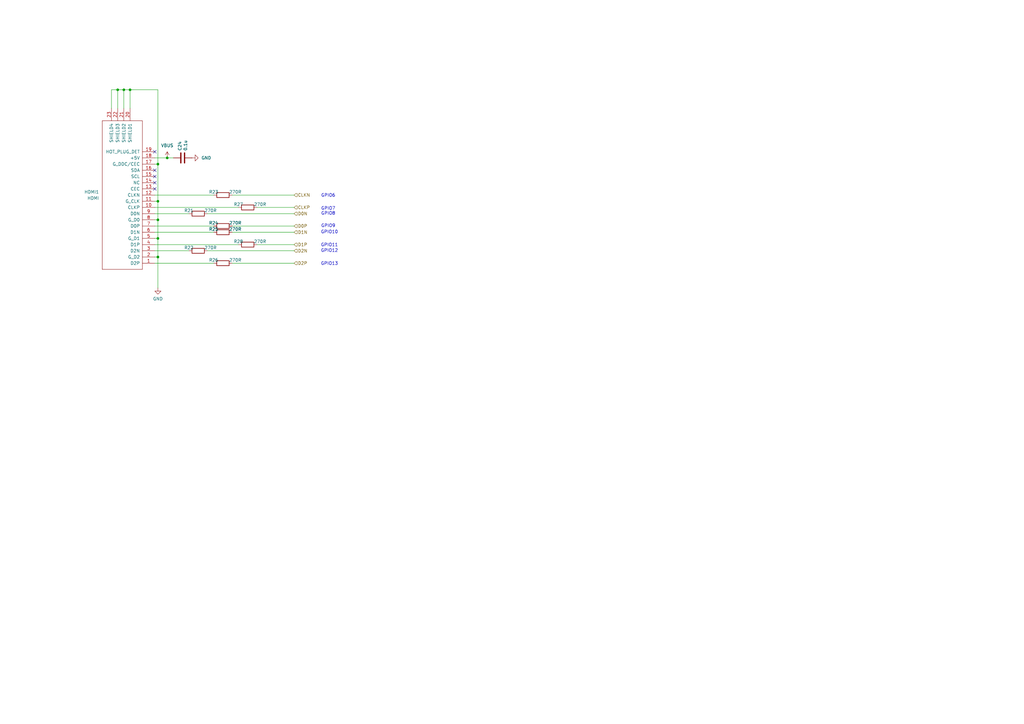
<source format=kicad_sch>
(kicad_sch (version 20231120) (generator "eeschema") (generator_version "8.0")
  (paper "A3")
  (title_block (title "CORE") (date "2024-12-17") (rev "1.0") (company "Mikhail Matveev") (comment 1 "https://github.com/xtremespb/core"))
  (lib_symbols
    (symbol "Device:C" (pin_numbers hide) (pin_names (offset 0.254))
      (property "Reference" "C" (at 0.635 2.54 0))
      (property "Value" "C" (at 0.635 -2.54 0))
      (symbol "C_0_1"
        (polyline (pts (xy -2.032 -0.762) (xy 2.032 -0.762)) (stroke (width 0.508)))
        (polyline (pts (xy -2.032 0.762) (xy 2.032 0.762)) (stroke (width 0.508)))
      )
      (symbol "C_1_1"
        (pin passive line (at 0 3.81 270) (length 2.794) (name "~") (number "1"))
        (pin passive line (at 0 -3.81 90) (length 2.794) (name "~") (number "2"))
      )
    )
    (symbol "Device:R" (pin_numbers hide) (pin_names (offset 0))
      (property "Reference" "R" (at 2.032 0 90))
      (property "Value" "R" (at 0 0 90))
      (symbol "R_0_1"
        (rectangle (start -1.016 -2.54) (end 1.016 2.54) (stroke (width 0.254)))
      )
      (symbol "R_1_1"
        (pin passive line (at 0 3.81 270) (length 1.27) (name "~") (number "1"))
        (pin passive line (at 0 -3.81 90) (length 1.27) (name "~") (number "2"))
      )
    )
    (symbol "GND_1" (power) (pin_numbers hide) (pin_names (offset 0) hide)
      (property "Value" "GND" (at 0 -3.81 0))
      (symbol "GND_1_0_1"
        (polyline (pts (xy 0 0) (xy 0 -1.27) (xy 1.27 -1.27) (xy 0 -2.54) (xy -1.27 -1.27) (xy 0 -1.27)))
      )
      (symbol "GND_1_1_1"
        (pin power_in line (at 0 0 270) (length 0) (name "~") (number "1"))
      )
    )
    (symbol "R40:HDMI" (pin_names (offset 1.016))
      (property "Reference" "CN" (at -1.27 16.51 0))
      (property "Value" "HDMI" (at 7.62 16.51 0))
      (symbol "HDMI_0_1"
        (rectangle (start -5.08 15.24) (end 11.43 -45.72))
      )
      (symbol "HDMI_1_1"
        (pin input line (at -10.16 12.7 0) (length 5.08) (name "D2P") (number "1"))
        (pin input line (at -10.16 -10.16 0) (length 5.08) (name "CLKP") (number "10"))
        (pin input line (at -10.16 -12.7 0) (length 5.08) (name "G_CLK") (number "11"))
        (pin input line (at -10.16 -15.24 0) (length 5.08) (name "CLKN") (number "12"))
        (pin input line (at -10.16 -17.78 0) (length 5.08) (name "CEC") (number "13"))
        (pin input line (at -10.16 -20.32 0) (length 5.08) (name "NC") (number "14"))
        (pin input line (at -10.16 -22.86 0) (length 5.08) (name "SCL") (number "15"))
        (pin input line (at -10.16 -25.4 0) (length 5.08) (name "SDA") (number "16"))
        (pin input line (at -10.16 -27.94 0) (length 5.08) (name "G_DDC/CEC") (number "17"))
        (pin input line (at -10.16 -30.48 0) (length 5.08) (name "+5V") (number "18"))
        (pin input line (at -10.16 -33.02 0) (length 5.08) (name "HOT_PLUG_DET") (number "19"))
        (pin input line (at -10.16 10.16 0) (length 5.08) (name "G_D2") (number "2"))
        (pin input line (at 0 -50.8 90) (length 5.08) (name "SHIELD1") (number "20"))
        (pin input line (at 2.54 -50.8 90) (length 5.08) (name "SHIELD2") (number "21"))
        (pin input line (at 5.08 -50.8 90) (length 5.08) (name "SHIELD3") (number "22"))
        (pin input line (at 7.62 -50.8 90) (length 5.08) (name "SHIELD4") (number "23"))
        (pin input line (at -10.16 7.62 0) (length 5.08) (name "D2N") (number "3"))
        (pin input line (at -10.16 5.08 0) (length 5.08) (name "D1P") (number "4"))
        (pin input line (at -10.16 2.54 0) (length 5.08) (name "G_D1") (number "5"))
        (pin input line (at -10.16 0 0) (length 5.08) (name "D1N") (number "6"))
        (pin input line (at -10.16 -2.54 0) (length 5.08) (name "D0P") (number "7"))
        (pin input line (at -10.16 -5.08 0) (length 5.08) (name "G_D0") (number "8"))
        (pin input line (at -10.16 -7.62 0) (length 5.08) (name "D0N") (number "9"))
      )
    )
    (symbol "power:GND" (power) (pin_names (offset 0))
      (property "Value" "GND" (at 0 -3.81 0))
      (symbol "GND_0_1"
        (polyline (pts (xy 0 0) (xy 0 -1.27) (xy 1.27 -1.27) (xy 0 -2.54) (xy -1.27 -1.27) (xy 0 -1.27)))
      )
      (symbol "GND_1_1"
        (pin power_in line (at 0 0 270) (length 0) hide (name "GND") (number "1"))
      )
    )
    (symbol "power:VBUS" (power) (pin_numbers hide) (pin_names (offset 0) hide)
      (property "Value" "VBUS" (at 0 3.556 0))
      (symbol "VBUS_0_1"
        (polyline (pts (xy -0.762 1.27) (xy 0 2.54)))
        (polyline (pts (xy 0 0) (xy 0 2.54)))
        (polyline (pts (xy 0 2.54) (xy 0.762 1.27)))
      )
      (symbol "VBUS_1_1"
        (pin power_in line (at 0 0 90) (length 0) (name "~") (number "1"))
      )
    )
  )
  (junction (at 68.58 64.77))
  (junction (at 64.77 97.79))
  (junction (at 48.26 36.83))
  (junction (at 64.77 67.31))
  (junction (at 64.77 82.55))
  (junction (at 64.77 105.41))
  (junction (at 53.34 36.83))
  (junction (at 64.77 90.17))
  (junction (at 50.8 36.83))
  (no_connect (at 63.5 77.47))
  (no_connect (at 63.5 72.39))
  (no_connect (at 63.5 74.93))
  (no_connect (at 63.5 62.23))
  (no_connect (at 63.5 69.85))
  (wire (pts (xy 63.5 82.55) (xy 64.77 82.55)))
  (wire (pts (xy 64.77 97.79) (xy 64.77 105.41)))
  (wire (pts (xy 63.5 92.71) (xy 87.63 92.71)))
  (wire (pts (xy 85.09 102.87) (xy 120.65 102.87)))
  (wire (pts (xy 63.5 107.95) (xy 87.63 107.95)))
  (wire (pts (xy 63.5 90.17) (xy 64.77 90.17)))
  (wire (pts (xy 64.77 36.83) (xy 53.34 36.83)))
  (wire (pts (xy 50.8 36.83) (xy 50.8 44.45)))
  (wire (pts (xy 85.09 87.63) (xy 120.65 87.63)))
  (wire (pts (xy 53.34 36.83) (xy 50.8 36.83)))
  (wire (pts (xy 105.41 100.33) (xy 120.65 100.33)))
  (wire (pts (xy 64.77 90.17) (xy 64.77 97.79)))
  (wire (pts (xy 64.77 82.55) (xy 64.77 90.17)))
  (wire (pts (xy 95.25 95.25) (xy 120.65 95.25)))
  (wire (pts (xy 48.26 36.83) (xy 48.26 44.45)))
  (wire (pts (xy 63.5 80.01) (xy 87.63 80.01)))
  (wire (pts (xy 63.5 64.77) (xy 68.58 64.77)))
  (wire (pts (xy 63.5 100.33) (xy 97.79 100.33)))
  (wire (pts (xy 63.5 105.41) (xy 64.77 105.41)))
  (wire (pts (xy 64.77 105.41) (xy 64.77 118.11)))
  (wire (pts (xy 95.25 80.01) (xy 120.65 80.01)))
  (wire (pts (xy 95.25 92.71) (xy 120.65 92.71)))
  (wire (pts (xy 64.77 82.55) (xy 64.77 67.31)))
  (wire (pts (xy 48.26 36.83) (xy 45.72 36.83)))
  (wire (pts (xy 63.5 97.79) (xy 64.77 97.79)))
  (wire (pts (xy 63.5 67.31) (xy 64.77 67.31)))
  (wire (pts (xy 63.5 85.09) (xy 97.79 85.09)))
  (wire (pts (xy 64.77 67.31) (xy 64.77 36.83)))
  (wire (pts (xy 68.58 64.77) (xy 71.12 64.77)))
  (wire (pts (xy 105.41 85.09) (xy 120.65 85.09)))
  (wire (pts (xy 63.5 102.87) (xy 77.47 102.87)))
  (wire (pts (xy 50.8 36.83) (xy 48.26 36.83)))
  (wire (pts (xy 63.5 95.25) (xy 87.63 95.25)))
  (wire (pts (xy 45.72 36.83) (xy 45.72 44.45)))
  (wire (pts (xy 53.34 36.83) (xy 53.34 44.45)))
  (wire (pts (xy 95.25 107.95) (xy 120.65 107.95)))
  (wire (pts (xy 63.5 87.63) (xy 77.47 87.63)))
  (text "GPIO9" (at 134.62 92.71 0) (effects (font (size 1.27 1.27))))
  (text "GPIO12" (at 135.128 102.87 0) (effects (font (size 1.27 1.27))))
  (text "GPIO6" (at 134.62 80.264 0) (effects (font (size 1.27 1.27))))
  (text "GPIO10" (at 135.128 95.25 0) (effects (font (size 1.27 1.27))))
  (text "GPIO8" (at 134.62 87.63 0) (effects (font (size 1.27 1.27))))
  (text "GPIO7" (at 134.62 85.598 0) (effects (font (size 1.27 1.27))))
  (text "GPIO13" (at 135.128 108.204 0) (effects (font (size 1.27 1.27))))
  (text "GPIO11" (at 135.128 100.584 0) (effects (font (size 1.27 1.27))))
  (hierarchical_label "D2P" (shape input) (at 120.65 107.95 0))
  (hierarchical_label "CLKP" (shape input) (at 120.65 85.09 0))
  (hierarchical_label "D2N" (shape input) (at 120.65 102.87 0))
  (hierarchical_label "CLKN" (shape input) (at 120.65 80.01 0))
  (hierarchical_label "D0P" (shape input) (at 120.65 92.71 0))
  (hierarchical_label "D1P" (shape input) (at 120.65 100.33 0))
  (hierarchical_label "D0N" (shape input) (at 120.65 87.63 0))
  (hierarchical_label "D1N" (shape input) (at 120.65 95.25 0))
  (symbol (lib_id "Device:R") (at 91.44 92.71 90) (unit 1)
    (property "Reference" "R24" (at 87.63 91.44 90))
    (property "Value" "270R" (at 96.52 91.44 90))
    (property "Footprint" "LIBS:Medved_R_0805" (effects (hide yes)))
  )
  (symbol (lib_id "Device:R") (at 101.6 100.33 90) (unit 1)
    (property "Reference" "R28" (at 97.79 99.06 90))
    (property "Value" "270R" (at 106.68 99.06 90))
    (property "Footprint" "LIBS:Medved_R_0805" (effects (hide yes)))
  )
  (symbol (lib_id "Device:R") (at 91.44 80.01 90) (unit 1)
    (property "Reference" "R23" (at 87.63 78.74 90))
    (property "Value" "270R" (at 96.52 78.74 90))
    (property "Footprint" "LIBS:Medved_R_0805" (effects (hide yes)))
  )
  (symbol (lib_id "power:VBUS") (at 68.58 64.77 0) (unit 1)
    (property "Reference" "#PWR052" (effects (hide yes)))
    (property "Value" "VBUS" (at 68.58 59.69 0))
    (property "Description" "Power symbol creates a global label with name \"VBUS\"" (effects (hide yes)))
  )
  (symbol (lib_id "Device:R") (at 91.44 95.25 90) (unit 1)
    (property "Reference" "R25" (at 87.63 93.98 90))
    (property "Value" "270R" (at 96.52 93.98 90))
    (property "Footprint" "LIBS:Medved_R_0805" (effects (hide yes)))
  )
  (symbol (lib_id "Device:C") (at 74.93 64.77 90) (unit 1)
    (property "Reference" "C24" (at 73.7616 61.849 0) (effects (justify left)))
    (property "Value" "0.1u" (at 76.073 61.849 0) (effects (justify left)))
    (property "Footprint" "LIBS:Medved_C_0805" (effects (hide yes)))
  )
  (symbol (lib_id "Device:R") (at 81.28 87.63 90) (unit 1)
    (property "Reference" "R21" (at 77.47 86.36 90))
    (property "Value" "270R" (at 86.36 86.36 90))
    (property "Footprint" "LIBS:Medved_R_0805" (effects (hide yes)))
  )
  (symbol (lib_id "power:GND") (at 64.77 118.11 0) (unit 1)
    (property "Reference" "#PWR051" (effects (hide yes)))
    (property "Value" "GND" (at 64.77 122.5534 0))
  )
  (symbol (lib_name "GND_1") (lib_id "power:GND") (at 78.74 64.77 90) (unit 1)
    (property "Reference" "#PWR053" (effects (hide yes)))
    (property "Value" "GND" (at 82.55 64.7699 90) (effects (justify right)))
    (property "Description" "Power symbol creates a global label with name \"GND\" , ground" (effects (hide yes)))
  )
  (symbol (lib_id "Device:R") (at 101.6 85.09 90) (unit 1)
    (property "Reference" "R27" (at 97.79 83.82 90))
    (property "Value" "270R" (at 106.68 83.82 90))
    (property "Footprint" "LIBS:Medved_R_0805" (effects (hide yes)))
  )
  (symbol (lib_id "R40:HDMI") (at 53.34 95.25 180) (unit 1)
    (property "Reference" "HDMI1" (at 40.64 78.7399 0) (effects (justify left)))
    (property "Value" "HDMI" (at 40.64 81.2799 0) (effects (justify left)))
    (property "Footprint" "LIBS:HDMI" (effects (hide yes)))
  )
  (symbol (lib_id "Device:R") (at 91.44 107.95 90) (unit 1)
    (property "Reference" "R26" (at 87.63 106.68 90))
    (property "Value" "270R" (at 96.52 106.68 90))
    (property "Footprint" "LIBS:Medved_R_0805" (effects (hide yes)))
  )
  (symbol (lib_id "Device:R") (at 81.28 102.87 90) (unit 1)
    (property "Reference" "R22" (at 77.47 101.6 90))
    (property "Value" "270R" (at 86.36 101.6 90))
    (property "Footprint" "LIBS:Medved_R_0805" (effects (hide yes)))
  )
)
</source>
